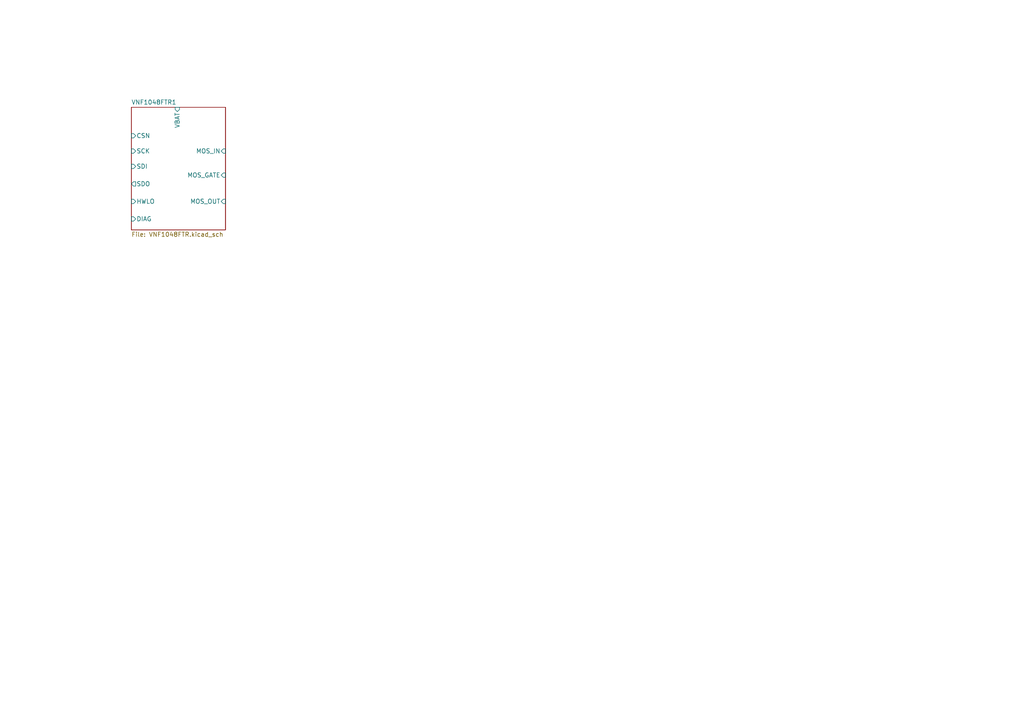
<source format=kicad_sch>
(kicad_sch (version 20211123) (generator eeschema)
  (paper "A4")
  (lib_symbols)
  (sheet (at 38.1 31.115) (size 27.305 35.56) (stroke (width 0.1524))
    (property "Sheet name" "VNF1048FTR1" (at 38.1 30.4034 0) (effects (justify left bottom)))
    (property "Sheet file" "VNF1048FTR.kicad_sch" (at 38.1 67.2596 0) (effects (justify left top)))
    (pin "MOS_IN" input (at 65.405 43.815 0))
    (pin "MOS_GATE" input (at 65.405 50.8 0))
    (pin "MOS_OUT" input (at 65.405 58.42 0))
    (pin "VBAT" input (at 51.435 31.115 90))
    (pin "SCK" input (at 38.1 43.815 180))
    (pin "CSN" input (at 38.1 39.37 180))
    (pin "SDI" input (at 38.1 48.26 180))
    (pin "SDO" output (at 38.1 53.34 180))
    (pin "DIAG" input (at 38.1 63.5 180))
    (pin "HWLO" input (at 38.1 58.42 180))
  )
)
</source>
